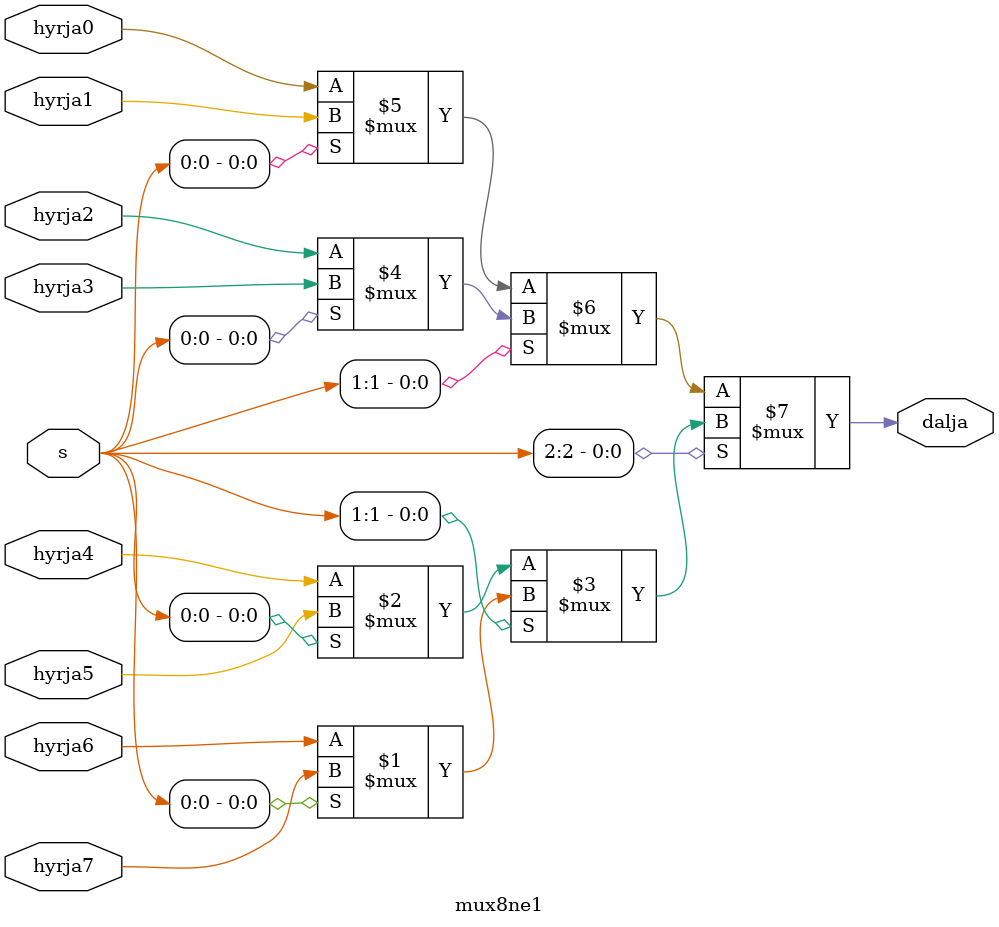
<source format=v>
`timescale 1ns / 1ps


module mux8ne1(
   input hyrja0,hyrja1,hyrja2,hyrja3,hyrja4,hyrja5,hyrja6,hyrja7,
   input [2:0] s,
   output dalja
    );
    assign dalja=s[2] ? (s[1] ? (s[0]? hyrja7:hyrja6) : (s[0] ? hyrja5 : hyrja4)) : (s[1] ? (s[0] ? hyrja3:hyrja2):(s[0] ? hyrja1:hyrja0));
endmodule
</source>
